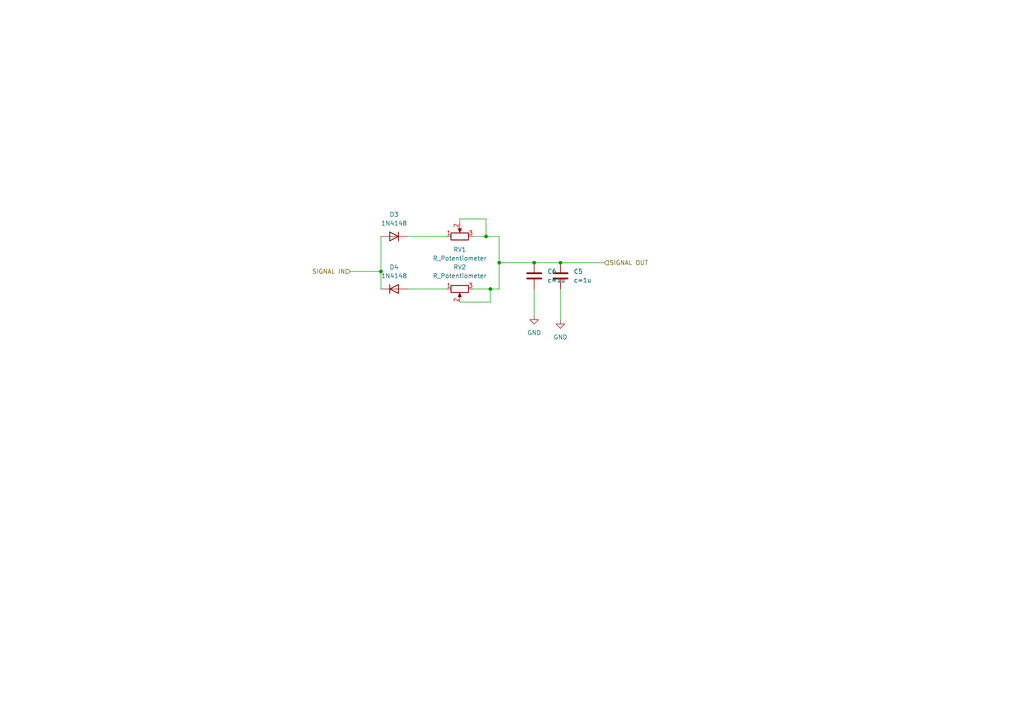
<source format=kicad_sch>
(kicad_sch (version 20230121) (generator eeschema)
  (paper "A4")
  (lib_symbols
    (symbol "Device:C" (pin_numbers hide) (pin_names (offset 0.254))
      (property "Reference" "C" (at 0.635 2.54 0))
      (property "Value" "C" (at 0.635 -2.54 0))
      (symbol "C_0_1"
        (polyline (pts (xy -2.032 -0.762) (xy 2.032 -0.762)) (stroke (width 0.508)))
        (polyline (pts (xy -2.032 0.762) (xy 2.032 0.762)) (stroke (width 0.508)))
      )
      (symbol "C_1_1"
        (pin passive line (at 0 3.81 270) (length 2.794) (name "~") (number "1"))
        (pin passive line (at 0 -3.81 90) (length 2.794) (name "~") (number "2"))
      )
    )
    (symbol "Device:R_Potentiometer" (pin_names (offset 1.016) hide)
      (property "Reference" "RV" (at -4.445 0 90))
      (property "Value" "R_Potentiometer" (at -2.54 0 90))
      (symbol "R_Potentiometer_0_1"
        (polyline (pts (xy 2.54 0) (xy 1.524 0)))
        (polyline (pts (xy 1.143 0) (xy 2.286 0.508) (xy 2.286 -0.508) (xy 1.143 0)) (fill (type outline)))
        (rectangle (start 1.016 2.54) (end -1.016 -2.54) (stroke (width 0.254)))
      )
      (symbol "R_Potentiometer_1_1"
        (pin passive line (at 0 3.81 270) (length 1.27) (name "1") (number "1"))
        (pin passive line (at 3.81 0 180) (length 1.27) (name "2") (number "2"))
        (pin passive line (at 0 -3.81 90) (length 1.27) (name "3") (number "3"))
      )
    )
    (symbol "Diode:1N4148" (pin_numbers hide) (pin_names hide)
      (property "Reference" "D" (at 0 2.54 0))
      (property "Value" "1N4148" (at 0 -2.54 0))
      (symbol "1N4148_0_1"
        (polyline (pts (xy -1.27 1.27) (xy -1.27 -1.27)) (stroke (width 0.254)))
        (polyline (pts (xy 1.27 0) (xy -1.27 0)))
        (polyline (pts (xy 1.27 1.27) (xy 1.27 -1.27) (xy -1.27 0) (xy 1.27 1.27)) (stroke (width 0.254)))
      )
      (symbol "1N4148_1_1"
        (pin passive line (at -3.81 0 0) (length 2.54) (name "K") (number "1"))
        (pin passive line (at 3.81 0 180) (length 2.54) (name "A") (number "2"))
      )
    )
    (symbol "power:GND" (power) (pin_names (offset 0))
      (property "Value" "GND" (at 0 -3.81 0))
      (symbol "GND_0_1"
        (polyline (pts (xy 0 0) (xy 0 -1.27) (xy 1.27 -1.27) (xy 0 -2.54) (xy -1.27 -1.27) (xy 0 -1.27)))
      )
      (symbol "GND_1_1"
        (pin power_in line (at 0 0 270) (length 0) hide (name "GND") (number "1"))
      )
    )
  )
  (junction (at 140.97 68.58))
  (junction (at 144.78 76.2))
  (junction (at 110.49 78.74))
  (junction (at 142.24 83.82))
  (junction (at 154.94 76.2))
  (junction (at 162.56 76.2))
  (wire (pts (xy 144.78 83.82) (xy 144.78 76.2)))
  (wire (pts (xy 101.6 78.74) (xy 110.49 78.74)))
  (wire (pts (xy 118.11 83.82) (xy 129.54 83.82)))
  (wire (pts (xy 140.97 68.58) (xy 144.78 68.58)))
  (wire (pts (xy 154.94 91.44) (xy 154.94 83.82)))
  (wire (pts (xy 133.35 87.63) (xy 142.24 87.63)))
  (wire (pts (xy 137.16 83.82) (xy 142.24 83.82)))
  (wire (pts (xy 140.97 63.5) (xy 140.97 68.58)))
  (wire (pts (xy 110.49 68.58) (xy 110.49 78.74)))
  (wire (pts (xy 162.56 76.2) (xy 175.26 76.2)))
  (wire (pts (xy 110.49 78.74) (xy 110.49 83.82)))
  (wire (pts (xy 142.24 87.63) (xy 142.24 83.82)))
  (wire (pts (xy 162.56 92.71) (xy 162.56 83.82)))
  (wire (pts (xy 142.24 83.82) (xy 144.78 83.82)))
  (wire (pts (xy 144.78 76.2) (xy 154.94 76.2)))
  (wire (pts (xy 154.94 76.2) (xy 162.56 76.2)))
  (wire (pts (xy 133.35 63.5) (xy 140.97 63.5)))
  (wire (pts (xy 137.16 68.58) (xy 140.97 68.58)))
  (wire (pts (xy 144.78 76.2) (xy 144.78 68.58)))
  (wire (pts (xy 118.11 68.58) (xy 129.54 68.58)))
  (wire (pts (xy 133.35 64.77) (xy 133.35 63.5)))
  (hierarchical_label "SIGNAL OUT" (shape input) (at 175.26 76.2 0))
  (hierarchical_label "SIGNAL IN" (shape input) (at 101.6 78.74 180))
  (symbol (lib_id "Diode:1N4148") (at 114.3 68.58 0) (mirror y) (unit 1)
    (property "Reference" "D3" (at 114.3 62.23 0))
    (property "Value" "1N4148" (at 114.3 64.77 0))
    (property "Footprint" "Diode_THT:D_DO-35_SOD27_P7.62mm_Horizontal" (effects hide))
    (property "Datasheet" "https://assets.nexperia.com/documents/data-sheet/1N4148_1N4448.pdf" (effects hide))
    (property "Sim.Device" "D" (effects hide))
    (property "Sim.Pins" "1=K 2=A" (effects hide))
  )
  (symbol (lib_id "Diode:1N4148") (at 114.3 83.82 0) (unit 1)
    (property "Reference" "D4" (at 114.3 77.47 0))
    (property "Value" "1N4148" (at 114.3 80.01 0))
    (property "Footprint" "Diode_THT:D_DO-35_SOD27_P7.62mm_Horizontal" (effects hide))
    (property "Datasheet" "https://assets.nexperia.com/documents/data-sheet/1N4148_1N4448.pdf" (effects hide))
    (property "Sim.Device" "D" (effects hide))
    (property "Sim.Pins" "1=K 2=A" (effects hide))
  )
  (symbol (lib_id "power:GND") (at 162.56 92.71 0) (unit 1)
    (property "Reference" "#PWR01" (effects hide))
    (property "Value" "GND" (at 162.56 97.79 0))
  )
  (symbol (lib_id "Device:C") (at 154.94 80.01 0) (unit 1)
    (property "Reference" "C6" (at 158.75 78.74 0) (effects (justify left)))
    (property "Value" "${SIM.PARAMS}" (at 158.75 81.28 0) (effects (justify left)))
    (property "Sim.Device" "C" (effects hide))
    (property "Sim.Type" "=" (effects hide))
    (property "Sim.Params" "c=1u" (effects hide))
    (property "Sim.Pins" "1=+ 2=-" (effects hide))
  )
  (symbol (lib_id "Device:R_Potentiometer") (at 133.35 83.82 90) (mirror x) (unit 1)
    (property "Reference" "RV2" (at 133.35 77.47 90))
    (property "Value" "R_Potentiometer" (at 133.35 80.01 90))
    (property "Sim.Device" "R" (effects hide))
    (property "Sim.Type" "POT" (effects hide))
    (property "Sim.Pins" "1=r0 2=wiper 3=r1" (effects hide))
    (property "Sim.Params" "r=200k" (effects hide))
  )
  (symbol (lib_id "power:GND") (at 154.94 91.44 0) (unit 1)
    (property "Reference" "#PWR02" (effects hide))
    (property "Value" "GND" (at 154.94 96.52 0))
  )
  (symbol (lib_id "Device:C") (at 162.56 80.01 0) (unit 1)
    (property "Reference" "C5" (at 166.37 78.74 0) (effects (justify left)))
    (property "Value" "${SIM.PARAMS}" (at 166.37 81.28 0) (effects (justify left)))
    (property "Sim.Device" "C" (effects hide))
    (property "Sim.Type" "=" (effects hide))
    (property "Sim.Params" "c=1u" (effects hide))
    (property "Sim.Pins" "1=+ 2=-" (effects hide))
  )
  (symbol (lib_id "Device:R_Potentiometer") (at 133.35 68.58 90) (unit 1)
    (property "Reference" "RV1" (at 133.35 72.39 90))
    (property "Value" "R_Potentiometer" (at 133.35 74.93 90))
    (property "Sim.Device" "R" (effects hide))
    (property "Sim.Type" "POT" (effects hide))
    (property "Sim.Pins" "1=r0 2=wiper 3=r1" (effects hide))
    (property "Sim.Params" "r=200k" (effects hide))
  )
)
</source>
